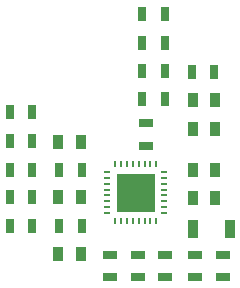
<source format=gbp>
G04 Layer_Color=128*
%FSLAX44Y44*%
%MOMM*%
G71*
G01*
G75*
%ADD24R,0.9000X1.3000*%
%ADD25R,0.7000X1.3000*%
%ADD26R,0.9000X1.6000*%
%ADD27R,1.3000X0.7000*%
%ADD28R,3.3000X3.3000*%
%ADD29R,0.2300X0.6000*%
%ADD30R,0.6000X0.2300*%
D24*
X184500Y293000D02*
D03*
X203500D02*
D03*
X203500Y198000D02*
D03*
X184500D02*
D03*
X203500Y246000D02*
D03*
X184500D02*
D03*
X317500Y328000D02*
D03*
X298500D02*
D03*
X298500Y304000D02*
D03*
X317500D02*
D03*
X317500Y269000D02*
D03*
X298500D02*
D03*
X298500Y245000D02*
D03*
X317500D02*
D03*
D25*
X185500Y269000D02*
D03*
X204500D02*
D03*
X297500Y352000D02*
D03*
X316500D02*
D03*
X204500Y222000D02*
D03*
X185500D02*
D03*
X143500Y318000D02*
D03*
X162500D02*
D03*
X143500Y222000D02*
D03*
X162500D02*
D03*
X162500Y246000D02*
D03*
X143500D02*
D03*
X143500Y269000D02*
D03*
X162500D02*
D03*
X162500Y294000D02*
D03*
X143500D02*
D03*
X255500Y401000D02*
D03*
X274500D02*
D03*
X274500Y377000D02*
D03*
X255500D02*
D03*
X274500Y353000D02*
D03*
X255500D02*
D03*
X274500Y329000D02*
D03*
X255500D02*
D03*
D26*
X329500Y219000D02*
D03*
X298500D02*
D03*
D27*
X324000Y178500D02*
D03*
Y197500D02*
D03*
X300000Y197500D02*
D03*
Y178500D02*
D03*
X275000Y178500D02*
D03*
Y197500D02*
D03*
X252000Y197500D02*
D03*
Y178500D02*
D03*
X228000Y178500D02*
D03*
Y197500D02*
D03*
X259000Y308500D02*
D03*
Y289500D02*
D03*
D28*
X250000Y250000D02*
D03*
D29*
X267500Y274000D02*
D03*
X262500D02*
D03*
X257500D02*
D03*
X252500D02*
D03*
X247500D02*
D03*
X242500D02*
D03*
X237500D02*
D03*
X232500D02*
D03*
Y226000D02*
D03*
X237500D02*
D03*
X242500D02*
D03*
X247500D02*
D03*
X252500D02*
D03*
X257500D02*
D03*
X262500D02*
D03*
X267500D02*
D03*
D30*
X226000Y267500D02*
D03*
Y262500D02*
D03*
Y257500D02*
D03*
Y252500D02*
D03*
Y247500D02*
D03*
Y242500D02*
D03*
Y237500D02*
D03*
Y232500D02*
D03*
X274000D02*
D03*
Y237500D02*
D03*
Y242500D02*
D03*
Y247500D02*
D03*
Y252500D02*
D03*
Y257500D02*
D03*
Y262500D02*
D03*
Y267500D02*
D03*
M02*

</source>
